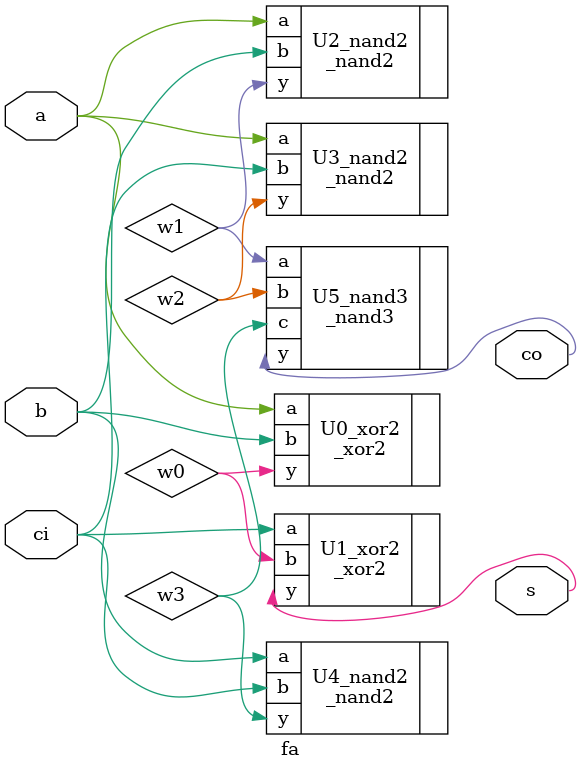
<source format=v>
/*module fa(a, b, ci, s, co);
	input a, b, ci;
	output s, co;
	wire c1, c2, sm;

	ha U0_ha(.a(b), .b(ci), .s(sm), .co(c1));
	ha U1_ha(.a(a), .b(sm), .s(s), .co(c2));
	_or2 U2_or2(.a(c2), .b(c1), .y(co));
	
endmodule
*/

module fa(a, b, ci, s, co);
	input a, b, ci;
	output s, co;

	_xor2 U0_xor2(.a(a), .b(b), .y(w0));
	_xor2 U1_xor2(.a(ci), .b(w0), .y(s));
	_nand2 U2_nand2(.a(a), .b(b), .y(w1));
	_nand2 U3_nand2(.a(a), .b(ci), .y(w2));
	_nand2 U4_nand2(.a(b), .b(ci), .y(w3));
	_nand3 U5_nand3(.a(w1), .b(w2), .c(w3), .y(co));
endmodule


</source>
